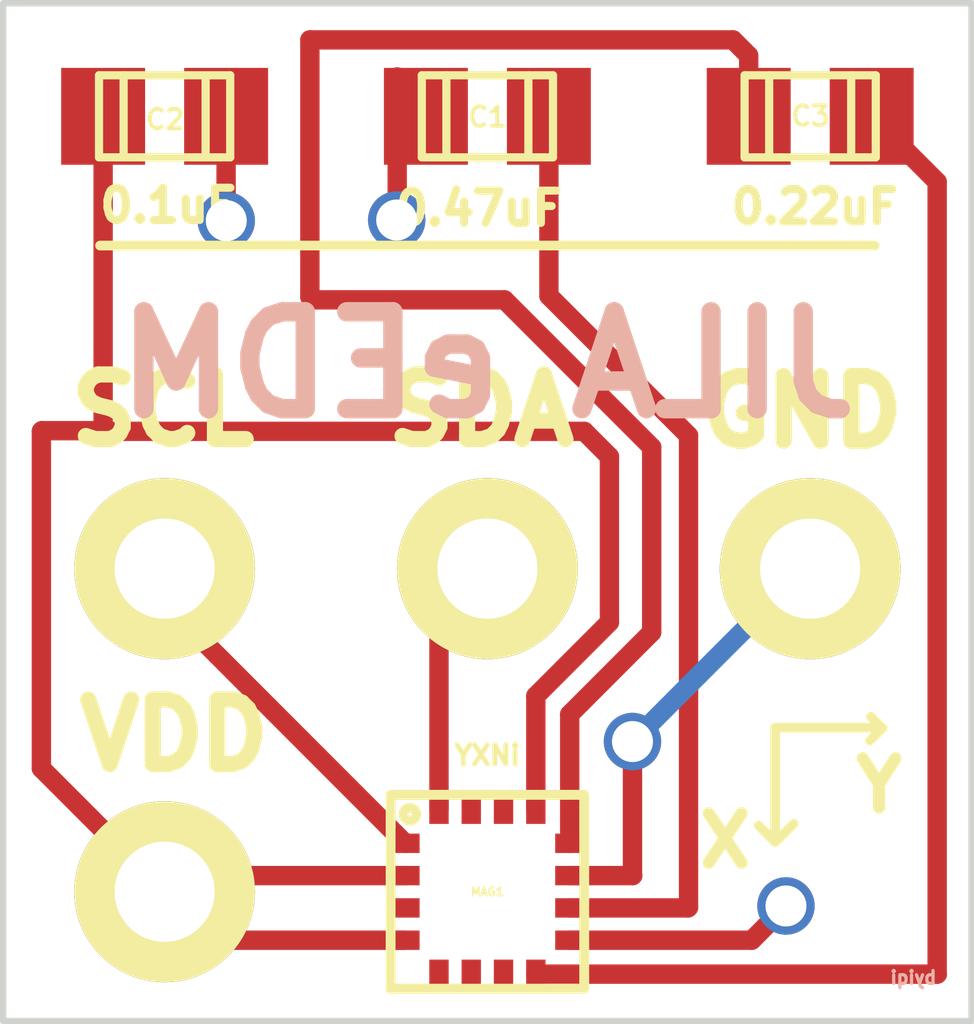
<source format=kicad_pcb>
(kicad_pcb (version 3) (host pcbnew "(2013-07-07 BZR 4022)-stable")

  (general
    (links 13)
    (no_connects 3)
    (area 192.449999 136.199999 207.550001 152.075001)
    (thickness 1.6)
    (drawings 24)
    (tracks 54)
    (zones 0)
    (modules 5)
    (nets 8)
  )

  (page A3)
  (layers
    (15 F.Cu signal)
    (0 B.Cu signal)
    (16 B.Adhes user hide)
    (17 F.Adhes user hide)
    (18 B.Paste user hide)
    (19 F.Paste user hide)
    (20 B.SilkS user)
    (21 F.SilkS user)
    (22 B.Mask user)
    (23 F.Mask user)
    (24 Dwgs.User user hide)
    (25 Cmts.User user hide)
    (26 Eco1.User user hide)
    (27 Eco2.User user hide)
    (28 Edge.Cuts user)
  )

  (setup
    (last_trace_width 0.3)
    (trace_clearance 0.1524)
    (zone_clearance 0.5)
    (zone_45_only yes)
    (trace_min 0.3)
    (segment_width 0.1)
    (edge_width 0.1)
    (via_size 0.889)
    (via_drill 0.635)
    (via_min_size 0.019685)
    (via_min_drill 0.2)
    (uvia_size 0.508)
    (uvia_drill 0.127)
    (uvias_allowed no)
    (uvia_min_size 0.011811)
    (uvia_min_drill 0.1)
    (pcb_text_width 0.3)
    (pcb_text_size 1.5 1.5)
    (mod_edge_width 0.15)
    (mod_text_size 1 1)
    (mod_text_width 0.15)
    (pad_size 2.8 2.8)
    (pad_drill 1.55)
    (pad_to_mask_clearance 0)
    (aux_axis_origin 200 150)
    (visible_elements 7FFFFFFF)
    (pcbplotparams
      (layerselection 284196865)
      (usegerberextensions true)
      (excludeedgelayer true)
      (linewidth 0.150000)
      (plotframeref false)
      (viasonmask false)
      (mode 1)
      (useauxorigin false)
      (hpglpennumber 1)
      (hpglpenspeed 20)
      (hpglpendiameter 15)
      (hpglpenoverlay 2)
      (psnegative false)
      (psa4output false)
      (plotreference true)
      (plotvalue false)
      (plotothertext false)
      (plotinvisibletext false)
      (padsonsilk false)
      (subtractmaskfromsilk false)
      (outputformat 1)
      (mirror false)
      (drillshape 0)
      (scaleselection 1)
      (outputdirectory Gerber_Advanced_Circuit/))
  )

  (net 0 "")
  (net 1 GND)
  (net 2 N-000001)
  (net 3 N-000003)
  (net 4 N-000004)
  (net 5 SCL)
  (net 6 SDA)
  (net 7 VDD)

  (net_class Default "This is the default net class."
    (clearance 0.1524)
    (trace_width 0.3)
    (via_dia 0.889)
    (via_drill 0.635)
    (uvia_dia 0.508)
    (uvia_drill 0.127)
    (add_net "")
    (add_net GND)
    (add_net N-000001)
    (add_net N-000003)
    (add_net N-000004)
    (add_net SCL)
    (add_net SDA)
    (add_net VDD)
  )

  (net_class ground_plane ""
    (clearance 0.5)
    (trace_width 0.3)
    (via_dia 0.889)
    (via_drill 0.635)
    (uvia_dia 0.508)
    (uvia_drill 0.127)
  )

  (net_class thin_traces ""
    (clearance 0.1)
    (trace_width 0.3)
    (via_dia 0.5)
    (via_drill 0.2)
    (uvia_dia 0.3)
    (uvia_drill 0.1)
  )

  (module bolt_conn_single_supply (layer F.Cu) (tedit 55C3D78E) (tstamp 55C3B8C5)
    (at 200 150)
    (path /55A013CB)
    (fp_text reference "" (at 0 -12) (layer F.SilkS) hide
      (effects (font (size 1 1) (thickness 0.15)))
    )
    (fp_text value "" (at 0 -10) (layer F.SilkS) hide
      (effects (font (size 1 1) (thickness 0.15)))
    )
    (fp_line (start -6 -10) (end 6 -10) (layer F.SilkS) (width 0.15))
    (fp_line (start -1.5 -1.5) (end 1.5 -1.5) (layer F.SilkS) (width 0.15))
    (fp_line (start 1.5 -1.5) (end 1.5 1.5) (layer F.SilkS) (width 0.15))
    (fp_line (start 1.5 1.5) (end -1.5 1.5) (layer F.SilkS) (width 0.15))
    (fp_line (start -1.5 1.5) (end -1.5 -1.5) (layer F.SilkS) (width 0.15))
    (fp_line (start -1.5 -1.5) (end -1.5 -1) (layer F.SilkS) (width 0.15))
    (pad 4 thru_hole circle (at 0 -5) (size 2.8 2.8) (drill 1.55)
      (layers *.Cu F.SilkS F.Mask)
      (net 6 SDA)
    )
    (pad 2 thru_hole circle (at 5 -5) (size 2.8 2.8) (drill 1.55)
      (layers *.Cu F.SilkS F.Mask)
      (net 1 GND)
    )
    (pad 3 thru_hole circle (at -5 -5) (size 2.8 2.8) (drill 1.55)
      (layers *.Cu F.SilkS F.Mask)
      (net 5 SCL)
    )
    (pad 1 thru_hole circle (at -5 0) (size 2.8 2.8) (drill 1.55)
      (layers *.Cu F.SilkS F.Mask)
      (net 7 VDD)
    )
  )

  (module HMC5883 (layer F.Cu) (tedit 55C3D74D) (tstamp 55A027D4)
    (at 200 150)
    (path /55A010BA)
    (attr smd)
    (fp_text reference MAG1 (at -0.0004 -0.0003) (layer F.SilkS)
      (effects (font (size 0.127 0.127) (thickness 0.03175)))
    )
    (fp_text value "" (at 0 -2.5) (layer F.SilkS) hide
      (effects (font (size 1 1) (thickness 0.15)))
    )
    (fp_circle (center -1.2 -1.2) (end -1.1 -1.2) (layer F.SilkS) (width 0.15))
    (fp_line (start -1.5 0) (end -1.5 -0.5) (layer F.SilkS) (width 0.15))
    (fp_line (start -1.5 0) (end -1.5 -1.5) (layer F.SilkS) (width 0.15))
    (fp_line (start -1.5 -1.5) (end 1.5 -1.5) (layer F.SilkS) (width 0.15))
    (fp_line (start 1.5 -1.5) (end 1.5 0) (layer F.SilkS) (width 0.15))
    (fp_line (start 1.5 0) (end 1.5 1.5) (layer F.SilkS) (width 0.15))
    (fp_line (start 1.5 1.5) (end -1.5 1.5) (layer F.SilkS) (width 0.15))
    (fp_line (start -1.5 1.5) (end -1.5 0) (layer F.SilkS) (width 0.15))
    (pad 1 smd rect (at -1.275 -0.75) (size 0.45 0.3)
      (layers F.Cu F.Paste F.Mask)
      (net 5 SCL)
      (clearance 0.05)
      (zone_connect 1)
    )
    (pad 2 smd rect (at -1.275 -0.25) (size 0.45 0.3)
      (layers F.Cu F.Paste F.Mask)
      (net 7 VDD)
      (clearance 0.05)
    )
    (pad 3 smd rect (at -1.275 0.25) (size 0.45 0.3)
      (layers F.Cu F.Paste F.Mask)
      (clearance 0.05)
    )
    (pad 4 smd rect (at -1.275 0.75) (size 0.45 0.3)
      (layers F.Cu F.Paste F.Mask)
      (net 7 VDD)
      (clearance 0.05)
    )
    (pad 5 smd rect (at -0.75 1.275 90) (size 0.45 0.3)
      (layers F.Cu F.Paste F.Mask)
      (clearance 0.05)
    )
    (pad 6 smd rect (at -0.25 1.275 90) (size 0.45 0.3)
      (layers F.Cu F.Paste F.Mask)
      (clearance 0.05)
    )
    (pad 7 smd rect (at 0.25 1.275 90) (size 0.45 0.3)
      (layers F.Cu F.Paste F.Mask)
      (clearance 0.05)
    )
    (pad 8 smd rect (at 0.75 1.275 90) (size 0.45 0.3)
      (layers F.Cu F.Paste F.Mask)
      (net 4 N-000004)
      (clearance 0.05)
    )
    (pad 9 smd rect (at 1.275 0.75) (size 0.45 0.3)
      (layers F.Cu F.Paste F.Mask)
      (net 1 GND)
      (clearance 0.05)
    )
    (pad 10 smd rect (at 1.275 0.25) (size 0.45 0.3)
      (layers F.Cu F.Paste F.Mask)
      (net 2 N-000001)
      (clearance 0.05)
    )
    (pad 11 smd rect (at 1.275 -0.25) (size 0.45 0.3)
      (layers F.Cu F.Paste F.Mask)
      (net 1 GND)
      (clearance 0.05)
    )
    (pad 12 smd rect (at 1.275 -0.75) (size 0.45 0.3)
      (layers F.Cu F.Paste F.Mask)
      (net 3 N-000003)
      (clearance 0.05)
    )
    (pad 13 smd rect (at 0.75 -1.275 90) (size 0.45 0.3)
      (layers F.Cu F.Paste F.Mask)
      (net 7 VDD)
      (clearance 0.05)
    )
    (pad 14 smd rect (at 0.25 -1.275 90) (size 0.45 0.3)
      (layers F.Cu F.Paste F.Mask)
      (clearance 0.05)
    )
    (pad 15 smd rect (at -0.25 -1.275 90) (size 0.45 0.3)
      (layers F.Cu F.Paste F.Mask)
      (clearance 0.05)
    )
    (pad 16 smd rect (at -0.75 -1.275 90) (size 0.45 0.3)
      (layers F.Cu F.Paste F.Mask)
      (net 6 SDA)
      (clearance 0.05)
    )
  )

  (module c_0805 (layer F.Cu) (tedit 55C3D75C) (tstamp 55A6E96B)
    (at 195 138 180)
    (descr "SMT capacitor, 0805")
    (path /55A01563)
    (attr smd)
    (fp_text reference C2 (at -0.00596 -0.049 180) (layer F.SilkS)
      (effects (font (size 0.29972 0.29972) (thickness 0.06096)))
    )
    (fp_text value "" (at 0 0.9906 180) (layer F.SilkS) hide
      (effects (font (size 0.29972 0.29972) (thickness 0.06096)))
    )
    (fp_line (start 0.635 -0.635) (end 0.635 0.635) (layer F.SilkS) (width 0.127))
    (fp_line (start -0.635 -0.635) (end -0.635 0.6096) (layer F.SilkS) (width 0.127))
    (fp_line (start -1.016 -0.635) (end 1.016 -0.635) (layer F.SilkS) (width 0.127))
    (fp_line (start 1.016 -0.635) (end 1.016 0.635) (layer F.SilkS) (width 0.127))
    (fp_line (start 1.016 0.635) (end -1.016 0.635) (layer F.SilkS) (width 0.127))
    (fp_line (start -1.016 0.635) (end -1.016 -0.635) (layer F.SilkS) (width 0.127))
    (pad 1 smd rect (at 0.9525 0 180) (size 1.30048 1.4986)
      (layers F.Cu F.Paste F.Mask)
      (net 7 VDD)
    )
    (pad 2 smd rect (at -0.9525 0 180) (size 1.30048 1.4986)
      (layers F.Cu F.Paste F.Mask)
      (net 1 GND)
    )
    (model smd/capacitors/c_0805.wrl
      (at (xyz 0 0 0))
      (scale (xyz 1 1 1))
      (rotate (xyz 0 0 0))
    )
  )

  (module c_0805 (layer F.Cu) (tedit 55C3D755) (tstamp 55A027F8)
    (at 205 138)
    (descr "SMT capacitor, 0805")
    (path /55A0232E)
    (attr smd)
    (fp_text reference C3 (at 0.0034 -0.00434) (layer F.SilkS)
      (effects (font (size 0.29972 0.29972) (thickness 0.06096)))
    )
    (fp_text value "" (at 0 0.9906) (layer F.SilkS) hide
      (effects (font (size 0.29972 0.29972) (thickness 0.06096)))
    )
    (fp_line (start 0.635 -0.635) (end 0.635 0.635) (layer F.SilkS) (width 0.127))
    (fp_line (start -0.635 -0.635) (end -0.635 0.6096) (layer F.SilkS) (width 0.127))
    (fp_line (start -1.016 -0.635) (end 1.016 -0.635) (layer F.SilkS) (width 0.127))
    (fp_line (start 1.016 -0.635) (end 1.016 0.635) (layer F.SilkS) (width 0.127))
    (fp_line (start 1.016 0.635) (end -1.016 0.635) (layer F.SilkS) (width 0.127))
    (fp_line (start -1.016 0.635) (end -1.016 -0.635) (layer F.SilkS) (width 0.127))
    (pad 1 smd rect (at 0.9525 0) (size 1.30048 1.4986)
      (layers F.Cu F.Paste F.Mask)
      (net 4 N-000004)
    )
    (pad 2 smd rect (at -0.9525 0) (size 1.30048 1.4986)
      (layers F.Cu F.Paste F.Mask)
      (net 3 N-000003)
    )
    (model smd/capacitors/c_0805.wrl
      (at (xyz 0 0 0))
      (scale (xyz 1 1 1))
      (rotate (xyz 0 0 0))
    )
  )

  (module c_0805 (layer F.Cu) (tedit 55C3D766) (tstamp 55C27ECF)
    (at 200 138)
    (descr "SMT capacitor, 0805")
    (path /55A015BE)
    (attr smd)
    (fp_text reference C1 (at 0.00214 0.0109) (layer F.SilkS)
      (effects (font (size 0.29972 0.29972) (thickness 0.06096)))
    )
    (fp_text value "" (at 0 0.9906) (layer F.SilkS) hide
      (effects (font (size 0.29972 0.29972) (thickness 0.06096)))
    )
    (fp_line (start 0.635 -0.635) (end 0.635 0.635) (layer F.SilkS) (width 0.127))
    (fp_line (start -0.635 -0.635) (end -0.635 0.6096) (layer F.SilkS) (width 0.127))
    (fp_line (start -1.016 -0.635) (end 1.016 -0.635) (layer F.SilkS) (width 0.127))
    (fp_line (start 1.016 -0.635) (end 1.016 0.635) (layer F.SilkS) (width 0.127))
    (fp_line (start 1.016 0.635) (end -1.016 0.635) (layer F.SilkS) (width 0.127))
    (fp_line (start -1.016 0.635) (end -1.016 -0.635) (layer F.SilkS) (width 0.127))
    (pad 1 smd rect (at 0.9525 0) (size 1.30048 1.4986)
      (layers F.Cu F.Paste F.Mask)
      (net 2 N-000001)
    )
    (pad 2 smd rect (at -0.9525 0) (size 1.30048 1.4986)
      (layers F.Cu F.Paste F.Mask)
      (net 1 GND)
    )
    (model smd/capacitors/c_0805.wrl
      (at (xyz 0 0 0))
      (scale (xyz 1 1 1))
      (rotate (xyz 0 0 0))
    )
  )

  (gr_line (start 192.5 136.25) (end 192.75 136.25) (angle 90) (layer Edge.Cuts) (width 0.1))
  (gr_line (start 192.5 152) (end 192.5 136.25) (angle 90) (layer Edge.Cuts) (width 0.1))
  (gr_line (start 207.5 152) (end 192.5 152) (angle 90) (layer Edge.Cuts) (width 0.1))
  (gr_line (start 207.5 136.25) (end 207.5 152) (angle 90) (layer Edge.Cuts) (width 0.1))
  (gr_line (start 192.75 136.25) (end 207.5 136.25) (angle 90) (layer Edge.Cuts) (width 0.1))
  (gr_text byiqi (at 206.59852 151.32812) (layer B.SilkS)
    (effects (font (size 0.2 0.2) (thickness 0.05)) (justify mirror))
  )
  (gr_text "JILA eEDM" (at 200 141.8463) (layer B.SilkS)
    (effects (font (size 1.5 1.5) (thickness 0.3)) (justify mirror))
  )
  (gr_text Y (at 206.06766 148.35378) (layer F.SilkS)
    (effects (font (size 0.762 0.762) (thickness 0.1905)))
  )
  (gr_text X (at 203.6826 149.20722) (layer F.SilkS)
    (effects (font (size 0.762 0.762) (thickness 0.1905)))
  )
  (gr_line (start 204.48016 149.2123) (end 204.74432 148.94814) (angle 90) (layer F.SilkS) (width 0.15))
  (gr_line (start 204.2033 148.97608) (end 204.2033 148.96846) (angle 90) (layer F.SilkS) (width 0.1))
  (gr_line (start 204.45476 149.22754) (end 204.2033 148.97608) (angle 90) (layer F.SilkS) (width 0.15))
  (gr_line (start 204.4573 147.45462) (end 204.4573 149.23008) (angle 90) (layer F.SilkS) (width 0.15))
  (gr_line (start 206.121 147.46478) (end 205.92542 147.66036) (angle 90) (layer F.SilkS) (width 0.15))
  (gr_line (start 206.11084 147.46224) (end 205.94066 147.29206) (angle 90) (layer F.SilkS) (width 0.15))
  (gr_line (start 204.47254 147.4597) (end 206.10576 147.4597) (angle 90) (layer F.SilkS) (width 0.15))
  (gr_text "YXNi\n" (at 200 147.88896) (layer F.SilkS)
    (effects (font (size 0.3 0.3) (thickness 0.075)))
  )
  (gr_text 0.22uF (at 205.07 139.4) (layer F.SilkS)
    (effects (font (size 0.5 0.5) (thickness 0.125)))
  )
  (gr_text 0.47uF (at 199.865 139.425) (layer F.SilkS)
    (effects (font (size 0.5 0.5) (thickness 0.125)))
  )
  (gr_text 0.1uF (at 195.055 139.38) (layer F.SilkS)
    (effects (font (size 0.5 0.5) (thickness 0.125)))
  )
  (gr_text VDD (at 195.15 147.575) (layer F.SilkS)
    (effects (font (size 1 1) (thickness 0.25)))
  )
  (gr_text GND (at 204.875 142.57) (layer F.SilkS)
    (effects (font (size 1 1) (thickness 0.25)))
  )
  (gr_text SDA (at 199.9 142.545) (layer F.SilkS)
    (effects (font (size 1 1) (thickness 0.25)))
  )
  (gr_text SCL (at 194.97 142.545) (layer F.SilkS)
    (effects (font (size 1 1) (thickness 0.25)))
  )

  (segment (start 204.9231 145) (end 205 145) (width 0.3) (layer B.Cu) (net 1) (tstamp 55C3B634))
  (segment (start 202.2475 147.6756) (end 204.9231 145) (width 0.3) (layer B.Cu) (net 1) (tstamp 55C3B633))
  (via (at 202.2475 147.6756) (size 0.889) (layers F.Cu B.Cu) (net 1))
  (segment (start 202.2475 149.74668) (end 202.2475 147.6756) (width 0.3) (layer F.Cu) (net 1) (tstamp 55C3B61A))
  (segment (start 202.25082 149.75) (end 202.2475 149.74668) (width 0.3) (layer F.Cu) (net 1) (tstamp 55C3B60D))
  (segment (start 201.275 149.75) (end 202.25082 149.75) (width 0.3) (layer F.Cu) (net 1))
  (segment (start 198.603 137.39) (end 198.603 139.597) (width 0.3) (layer F.Cu) (net 1))
  (via (at 198.595 139.605) (size 0.889) (layers F.Cu B.Cu) (net 1))
  (segment (start 198.603 139.597) (end 198.595 139.605) (width 0.3) (layer F.Cu) (net 1) (tstamp 55A6EE5E))
  (segment (start 195.9525 138) (end 195.9525 139.6125) (width 0.3) (layer F.Cu) (net 1))
  (via (at 195.955 139.615) (size 0.889) (layers F.Cu B.Cu) (net 1))
  (segment (start 195.9525 139.6125) (end 195.955 139.615) (width 0.3) (layer F.Cu) (net 1) (tstamp 55A6EE51))
  (segment (start 201.275 150.75) (end 204.095 150.75) (width 0.3) (layer F.Cu) (net 1))
  (segment (start 204.625 150.22) (end 204.615 150.23) (width 0.3) (layer B.Cu) (net 1) (tstamp 55A6ECA8))
  (via (at 204.625 150.22) (size 0.889) (layers F.Cu B.Cu) (net 1))
  (segment (start 204.095 150.75) (end 204.625 150.22) (width 0.3) (layer F.Cu) (net 1) (tstamp 55A6ECA0))
  (segment (start 200.9525 138) (end 200.9525 140.77736) (width 0.3) (layer F.Cu) (net 2))
  (segment (start 203.10718 150.25) (end 201.275 150.25) (width 0.3) (layer F.Cu) (net 2) (tstamp 55C3B4B6))
  (segment (start 203.11618 150.241) (end 203.10718 150.25) (width 0.3) (layer F.Cu) (net 2) (tstamp 55C3B4AD))
  (segment (start 203.11618 142.94104) (end 203.11618 150.241) (width 0.3) (layer F.Cu) (net 2) (tstamp 55C3B496))
  (segment (start 200.9525 140.77736) (end 203.11618 142.94104) (width 0.3) (layer F.Cu) (net 2) (tstamp 55C3B47B))
  (segment (start 197.25 136.8171) (end 203.80452 136.8171) (width 0.3) (layer F.Cu) (net 3))
  (segment (start 203.80452 136.8171) (end 204.0475 137.06008) (width 0.3) (layer F.Cu) (net 3) (tstamp 55C27FA2))
  (segment (start 201.275 149.25) (end 201.275 147.255) (width 0.3) (layer F.Cu) (net 3))
  (segment (start 204.0475 137.06008) (end 204.0475 138) (width 0.3) (layer F.Cu) (net 3) (tstamp 55C27FA6))
  (segment (start 197.25 140.795) (end 197.25 136.8171) (width 0.3) (layer F.Cu) (net 3) (tstamp 55A6EE0F))
  (segment (start 197.295 140.84) (end 197.25 140.795) (width 0.3) (layer F.Cu) (net 3) (tstamp 55A6EE08))
  (segment (start 200.265 140.84) (end 197.295 140.84) (width 0.3) (layer F.Cu) (net 3) (tstamp 55A6EDFC))
  (segment (start 202.545 143.12) (end 200.265 140.84) (width 0.3) (layer F.Cu) (net 3) (tstamp 55A6EDE3))
  (segment (start 202.545 145.985) (end 202.545 143.12) (width 0.3) (layer F.Cu) (net 3) (tstamp 55A6EDDD))
  (segment (start 201.275 147.255) (end 202.545 145.985) (width 0.3) (layer F.Cu) (net 3) (tstamp 55A6EDD4))
  (segment (start 200.75 151.275) (end 206.96914 151.275) (width 0.3) (layer F.Cu) (net 4))
  (segment (start 206.96682 139.01432) (end 205.9525 138) (width 0.3) (layer F.Cu) (net 4) (tstamp 55C3BC84))
  (segment (start 206.96682 151.27268) (end 206.96682 139.01432) (width 0.3) (layer F.Cu) (net 4) (tstamp 55C3BC82))
  (segment (start 206.96914 151.275) (end 206.96682 151.27268) (width 0.3) (layer F.Cu) (net 4) (tstamp 55C3BC76))
  (segment (start 195 145) (end 195 145.525) (width 0.3) (layer F.Cu) (net 5))
  (segment (start 195 145.525) (end 198.725 149.25) (width 0.3) (layer F.Cu) (net 5) (tstamp 55A6E92C))
  (segment (start 199.25 148.725) (end 199.25 145.75) (width 0.3) (layer F.Cu) (net 6))
  (segment (start 199.25 145.75) (end 200 145) (width 0.3) (layer F.Cu) (net 6) (tstamp 55A6E938))
  (segment (start 194.0475 142.86484) (end 193.09842 142.86484) (width 0.3) (layer F.Cu) (net 7))
  (segment (start 193.0908 148.0908) (end 195 150) (width 0.3) (layer F.Cu) (net 7) (tstamp 55C3B37F))
  (segment (start 193.0908 142.87246) (end 193.0908 148.0908) (width 0.3) (layer F.Cu) (net 7) (tstamp 55C3B359))
  (segment (start 193.09842 142.86484) (end 193.0908 142.87246) (width 0.3) (layer F.Cu) (net 7) (tstamp 55C3B353))
  (segment (start 194.0475 138) (end 194.0475 142.86484) (width 0.3) (layer F.Cu) (net 7))
  (segment (start 194.0475 142.86484) (end 194.0475 142.875) (width 0.3) (layer F.Cu) (net 7) (tstamp 55C3B351))
  (segment (start 200.75 148.725) (end 200.75 146.97) (width 0.3) (layer F.Cu) (net 7))
  (segment (start 201.5 142.875) (end 194.0475 142.875) (width 0.3) (layer F.Cu) (net 7) (tstamp 55A6EAB8))
  (segment (start 201.89 143.265) (end 201.5 142.875) (width 0.3) (layer F.Cu) (net 7) (tstamp 55A6EAB3))
  (segment (start 201.89 145.83) (end 201.89 143.265) (width 0.3) (layer F.Cu) (net 7) (tstamp 55A6EAAE))
  (segment (start 200.75 146.97) (end 201.89 145.83) (width 0.3) (layer F.Cu) (net 7) (tstamp 55A6EAA9))
  (segment (start 198.725 150.75) (end 195.75 150.75) (width 0.3) (layer F.Cu) (net 7))
  (segment (start 195.75 150.75) (end 195 150) (width 0.3) (layer F.Cu) (net 7) (tstamp 55A6E933))
  (segment (start 198.725 149.75) (end 195.25 149.75) (width 0.3) (layer F.Cu) (net 7))
  (segment (start 195.25 149.75) (end 195 150) (width 0.3) (layer F.Cu) (net 7) (tstamp 55A6E930))

  (zone (net 0) (net_name "") (layer B.Cu) (tstamp 55C3B723) (hatch edge 0.508)
    (connect_pads (clearance 0.5))
    (min_thickness 0.2)
    (keepout (tracks allowed) (vias allowed) (copperpour not_allowed))
    (fill (arc_segments 16) (thermal_gap 0.508) (thermal_bridge_width 0.508))
    (polygon
      (pts
        (xy 202.9714 149.30628) (xy 202.9714 151.62276) (xy 197.0024 151.62276) (xy 197.0024 146.66976) (xy 202.97648 146.66976)
        (xy 202.97648 149.34184)
      )
    )
  )
  (zone (net 1) (net_name GND) (layer B.Cu) (tstamp 55C28094) (hatch edge 0.508)
    (connect_pads (clearance 0.5))
    (min_thickness 0.2)
    (fill (arc_segments 16) (thermal_gap 0.508) (thermal_bridge_width 0.508))
    (polygon
      (pts
        (xy 192.84696 136.4742) (xy 207.13446 136.4742) (xy 207.13446 151.69642) (xy 192.84188 151.69642) (xy 192.84188 136.4742)
        (xy 192.8622 136.4742)
      )
    )
  )
)

</source>
